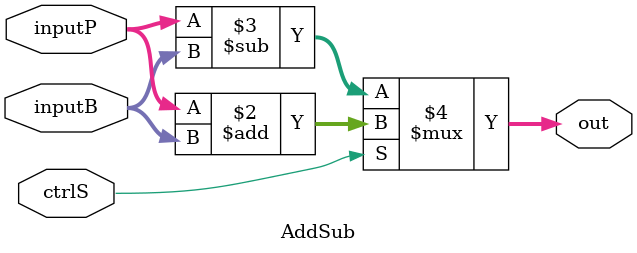
<source format=v>
module AddSub (inputP, inputB, ctrlS, out);
input [8:0] inputB, inputP;
input ctrlS;

output [8:0] out;
assign out = (ctrlS == 1'b1) ? inputP + inputB : inputP - inputB;

endmodule


</source>
